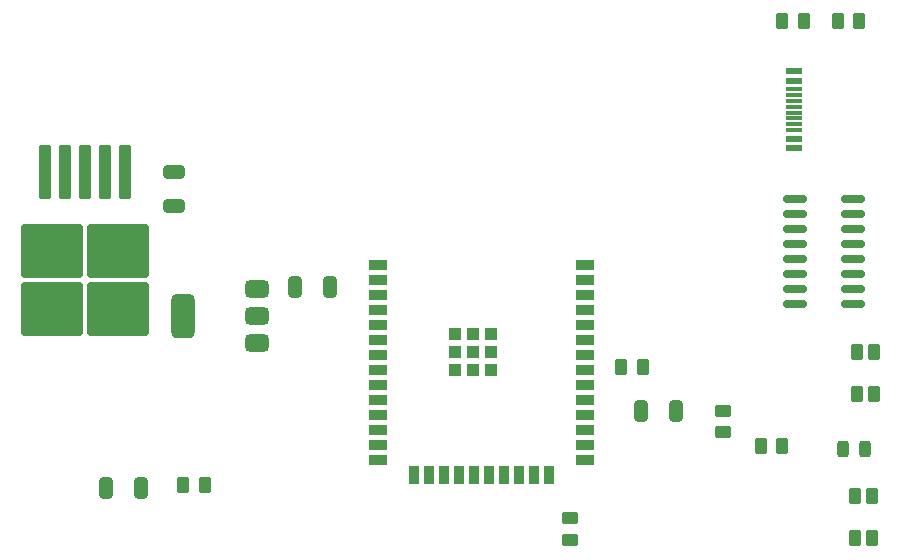
<source format=gbr>
%TF.GenerationSoftware,KiCad,Pcbnew,9.0.2*%
%TF.CreationDate,2025-07-02T17:03:22+05:30*%
%TF.ProjectId,ESP32-RoboCore V1,45535033-322d-4526-9f62-6f436f726520,rev?*%
%TF.SameCoordinates,Original*%
%TF.FileFunction,Paste,Top*%
%TF.FilePolarity,Positive*%
%FSLAX46Y46*%
G04 Gerber Fmt 4.6, Leading zero omitted, Abs format (unit mm)*
G04 Created by KiCad (PCBNEW 9.0.2) date 2025-07-02 17:03:22*
%MOMM*%
%LPD*%
G01*
G04 APERTURE LIST*
G04 Aperture macros list*
%AMRoundRect*
0 Rectangle with rounded corners*
0 $1 Rounding radius*
0 $2 $3 $4 $5 $6 $7 $8 $9 X,Y pos of 4 corners*
0 Add a 4 corners polygon primitive as box body*
4,1,4,$2,$3,$4,$5,$6,$7,$8,$9,$2,$3,0*
0 Add four circle primitives for the rounded corners*
1,1,$1+$1,$2,$3*
1,1,$1+$1,$4,$5*
1,1,$1+$1,$6,$7*
1,1,$1+$1,$8,$9*
0 Add four rect primitives between the rounded corners*
20,1,$1+$1,$2,$3,$4,$5,0*
20,1,$1+$1,$4,$5,$6,$7,0*
20,1,$1+$1,$6,$7,$8,$9,0*
20,1,$1+$1,$8,$9,$2,$3,0*%
G04 Aperture macros list end*
%ADD10R,1.050000X1.050000*%
%ADD11R,1.500000X0.900000*%
%ADD12R,0.900000X1.500000*%
%ADD13RoundRect,0.250000X-0.325000X-0.650000X0.325000X-0.650000X0.325000X0.650000X-0.325000X0.650000X0*%
%ADD14RoundRect,0.250000X0.262500X0.450000X-0.262500X0.450000X-0.262500X-0.450000X0.262500X-0.450000X0*%
%ADD15RoundRect,0.250000X-2.375000X2.025000X-2.375000X-2.025000X2.375000X-2.025000X2.375000X2.025000X0*%
%ADD16RoundRect,0.250000X-0.300000X2.050000X-0.300000X-2.050000X0.300000X-2.050000X0.300000X2.050000X0*%
%ADD17RoundRect,0.250000X-0.262500X-0.450000X0.262500X-0.450000X0.262500X0.450000X-0.262500X0.450000X0*%
%ADD18RoundRect,0.250000X-0.275000X0.450000X-0.275000X-0.450000X0.275000X-0.450000X0.275000X0.450000X0*%
%ADD19RoundRect,0.150000X0.825000X0.150000X-0.825000X0.150000X-0.825000X-0.150000X0.825000X-0.150000X0*%
%ADD20RoundRect,0.243750X0.243750X0.456250X-0.243750X0.456250X-0.243750X-0.456250X0.243750X-0.456250X0*%
%ADD21RoundRect,0.250000X-0.450000X0.262500X-0.450000X-0.262500X0.450000X-0.262500X0.450000X0.262500X0*%
%ADD22R,1.450000X0.600000*%
%ADD23R,1.450000X0.300000*%
%ADD24RoundRect,0.250000X-0.650000X0.325000X-0.650000X-0.325000X0.650000X-0.325000X0.650000X0.325000X0*%
%ADD25RoundRect,0.250000X0.450000X-0.262500X0.450000X0.262500X-0.450000X0.262500X-0.450000X-0.262500X0*%
%ADD26RoundRect,0.375000X0.625000X0.375000X-0.625000X0.375000X-0.625000X-0.375000X0.625000X-0.375000X0*%
%ADD27RoundRect,0.500000X0.500000X1.400000X-0.500000X1.400000X-0.500000X-1.400000X0.500000X-1.400000X0*%
G04 APERTURE END LIST*
D10*
%TO.C,U1*%
X86595000Y-52535000D03*
X86595000Y-51010000D03*
X86595000Y-49485000D03*
X85070000Y-52535000D03*
X85070000Y-51010000D03*
X85070000Y-49485000D03*
X83545000Y-52535000D03*
X83545000Y-51010000D03*
X83545000Y-49485000D03*
D11*
X94500000Y-43670000D03*
X94500000Y-44940000D03*
X94500000Y-46210000D03*
X94500000Y-47480000D03*
X94500000Y-48750000D03*
X94500000Y-50020000D03*
X94500000Y-51290000D03*
X94500000Y-52560000D03*
X94500000Y-53830000D03*
X94500000Y-55100000D03*
X94500000Y-56370000D03*
X94500000Y-57640000D03*
X94500000Y-58910000D03*
X94500000Y-60180000D03*
D12*
X91470000Y-61430000D03*
X90200000Y-61430000D03*
X88930000Y-61430000D03*
X87660000Y-61430000D03*
X86390000Y-61430000D03*
X85120000Y-61430000D03*
X83850000Y-61430000D03*
X82580000Y-61430000D03*
X81310000Y-61430000D03*
X80040000Y-61430000D03*
D11*
X77000000Y-60180000D03*
X77000000Y-58910000D03*
X77000000Y-57640000D03*
X77000000Y-56370000D03*
X77000000Y-55100000D03*
X77000000Y-53830000D03*
X77000000Y-52560000D03*
X77000000Y-51290000D03*
X77000000Y-50020000D03*
X77000000Y-48750000D03*
X77000000Y-47480000D03*
X77000000Y-46210000D03*
X77000000Y-44940000D03*
X77000000Y-43670000D03*
%TD*%
D13*
%TO.C,C4*%
X99275000Y-56000000D03*
X102225000Y-56000000D03*
%TD*%
D14*
%TO.C,R6*%
X113075000Y-23000000D03*
X111250000Y-23000000D03*
%TD*%
D15*
%TO.C,U3*%
X55000000Y-42500000D03*
X49450000Y-42500000D03*
X55000000Y-47350000D03*
X49450000Y-47350000D03*
D16*
X55625000Y-35775000D03*
X53925000Y-35775000D03*
X52225000Y-35775000D03*
X50525000Y-35775000D03*
X48825000Y-35775000D03*
%TD*%
D13*
%TO.C,C3*%
X54000000Y-62500000D03*
X56950000Y-62500000D03*
%TD*%
D17*
%TO.C,R2*%
X109425000Y-59000000D03*
X111250000Y-59000000D03*
%TD*%
D18*
%TO.C,SW2*%
X118870000Y-63200000D03*
X118870000Y-66800000D03*
X117430000Y-63200000D03*
X117430000Y-66800000D03*
%TD*%
D19*
%TO.C,U4*%
X117225000Y-46945000D03*
X117225000Y-45675000D03*
X117225000Y-44405000D03*
X117225000Y-43135000D03*
X117225000Y-41865000D03*
X117225000Y-40595000D03*
X117225000Y-39325000D03*
X117225000Y-38055000D03*
X112275000Y-38055000D03*
X112275000Y-39325000D03*
X112275000Y-40595000D03*
X112275000Y-41865000D03*
X112275000Y-43135000D03*
X112275000Y-44405000D03*
X112275000Y-45675000D03*
X112275000Y-46945000D03*
%TD*%
D20*
%TO.C,D2*%
X118250000Y-59250000D03*
X116375000Y-59250000D03*
%TD*%
D21*
%TO.C,R3*%
X106250000Y-56000000D03*
X106250000Y-57825000D03*
%TD*%
D22*
%TO.C,J1*%
X112265000Y-33750000D03*
X112265000Y-32950000D03*
D23*
X112265000Y-31750000D03*
X112265000Y-30750000D03*
X112265000Y-30250000D03*
X112265000Y-29250000D03*
D22*
X112265000Y-28050000D03*
X112265000Y-27250000D03*
X112265000Y-27250000D03*
X112265000Y-28050000D03*
D23*
X112265000Y-28750000D03*
X112265000Y-29750000D03*
X112265000Y-31250000D03*
X112265000Y-32250000D03*
D22*
X112265000Y-32950000D03*
X112265000Y-33750000D03*
%TD*%
D17*
%TO.C,R7*%
X115925000Y-23000000D03*
X117750000Y-23000000D03*
%TD*%
D18*
%TO.C,SW1*%
X119000000Y-51000000D03*
X119000000Y-54600000D03*
X117560000Y-51000000D03*
X117560000Y-54600000D03*
%TD*%
D24*
%TO.C,C1*%
X59750000Y-35750000D03*
X59750000Y-38700000D03*
%TD*%
D25*
%TO.C,R4*%
X93250000Y-66912500D03*
X93250000Y-65087500D03*
%TD*%
D26*
%TO.C,U2*%
X66800000Y-50300000D03*
X66800000Y-48000000D03*
D27*
X60500000Y-48000000D03*
D26*
X66800000Y-45700000D03*
%TD*%
D13*
%TO.C,C2*%
X70000000Y-45500000D03*
X72950000Y-45500000D03*
%TD*%
D17*
%TO.C,R1*%
X60500000Y-62250000D03*
X62325000Y-62250000D03*
%TD*%
D14*
%TO.C,R5*%
X99412500Y-52250000D03*
X97587500Y-52250000D03*
%TD*%
M02*

</source>
